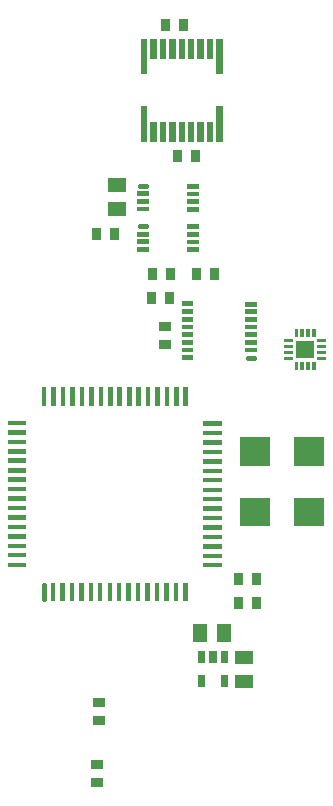
<source format=gbr>
G04 start of page 8 for group -4015 idx -4015
G04 Title: (unknown), toppaste *
G04 Creator: pcb 20080202 *
G04 CreationDate: Fri Jun  6 05:00:44 2008 UTC *
G04 For: sean *
G04 Format: Gerber/RS-274X *
G04 PCB-Dimensions: 130000 290000 *
G04 PCB-Coordinate-Origin: lower left *
%MOIN*%
%FSLAX24Y24*%
%LNFRONTPASTE*%
%ADD13C,0.0200*%
%ADD24R,0.0300X0.0300*%
%ADD25R,0.0240X0.0240*%
%ADD26R,0.0450X0.0450*%
%ADD27C,0.0150*%
%ADD28R,0.0150X0.0150*%
%ADD29R,0.0945X0.0945*%
%ADD30R,0.0110X0.0110*%
%ADD31C,0.0160*%
%ADD32R,0.0160X0.0160*%
%ADD33R,0.0216X0.0216*%
G54D31*X5900Y22590D02*X6120D01*
G54D32*X5900Y22330D02*X6120D01*
X5900Y22080D02*X6120D01*
X5900Y21820D02*X6120D01*
X7570Y21810D02*X7790D01*
X7570Y22070D02*X7790D01*
X7570Y22320D02*X7790D01*
X7570Y22580D02*X7790D01*
G54D24*X7770Y23650D02*Y23550D01*
X7170Y23650D02*Y23550D01*
G54D33*X6050Y25130D02*Y24165D01*
X6365Y24618D02*Y24165D01*
X6680Y24618D02*Y24165D01*
X6994Y24618D02*Y24165D01*
X7310Y24618D02*Y24165D01*
X7624Y24618D02*Y24165D01*
X7939Y24618D02*Y24165D01*
X8254Y24618D02*Y24165D01*
X8569Y25130D02*Y24165D01*
Y27393D02*Y26429D01*
X8254Y27393D02*Y26941D01*
X7939Y27393D02*Y26941D01*
X7624Y27393D02*Y26941D01*
X7310Y27393D02*Y26941D01*
X6994Y27393D02*Y26940D01*
X6680Y27393D02*Y26941D01*
X6365Y27393D02*Y26941D01*
X6050Y27393D02*Y26429D01*
G54D24*X6920Y19710D02*Y19610D01*
X6320Y19710D02*Y19610D01*
X4470Y21030D02*Y20930D01*
X5070Y21030D02*Y20930D01*
G54D26*X9320Y6870D02*X9460D01*
X9320Y6070D02*X9460D01*
G54D27*X2710Y9290D02*Y8830D01*
G54D28*X3020Y9290D02*Y8830D01*
X3330Y9290D02*Y8830D01*
X3650Y9290D02*Y8830D01*
X3960Y9290D02*Y8830D01*
X4280Y9290D02*Y8830D01*
X4590Y9290D02*Y8830D01*
X4910Y9290D02*Y8830D01*
X5220Y9290D02*Y8830D01*
X5540Y9290D02*Y8830D01*
X5850Y9290D02*Y8830D01*
X6170Y9290D02*Y8830D01*
X6480Y9290D02*Y8830D01*
X6800Y9290D02*Y8830D01*
X7110Y9290D02*Y8830D01*
X7430Y9290D02*Y8830D01*
X8100Y9950D02*X8560D01*
X8100Y10260D02*X8560D01*
X8100Y10570D02*X8560D01*
X8100Y10890D02*X8560D01*
X8100Y11200D02*X8560D01*
X8100Y11520D02*X8560D01*
X8100Y11830D02*X8560D01*
X8100Y12150D02*X8560D01*
X8100Y12460D02*X8560D01*
X8100Y12780D02*X8560D01*
X8100Y13090D02*X8560D01*
X8100Y13410D02*X8560D01*
X8100Y13720D02*X8560D01*
X8100Y14040D02*X8560D01*
X8100Y14350D02*X8560D01*
X8100Y14670D02*X8560D01*
X7440Y15800D02*Y15340D01*
X7130Y15800D02*Y15340D01*
X6820Y15800D02*Y15340D01*
X6500Y15800D02*Y15340D01*
X6190Y15800D02*Y15340D01*
X5870Y15800D02*Y15340D01*
X5560Y15800D02*Y15340D01*
X5240Y15800D02*Y15340D01*
X4930Y15800D02*Y15340D01*
X4610Y15800D02*Y15340D01*
X4300Y15800D02*Y15340D01*
X3980Y15800D02*Y15340D01*
X3670Y15800D02*Y15340D01*
X3350Y15800D02*Y15340D01*
X3040Y15800D02*Y15340D01*
X2720Y15800D02*Y15340D01*
X1590Y14680D02*X2050D01*
X1590Y14370D02*X2050D01*
X1590Y14060D02*X2050D01*
X1590Y13740D02*X2050D01*
X1590Y13430D02*X2050D01*
X1590Y13110D02*X2050D01*
X1590Y12800D02*X2050D01*
X1590Y12480D02*X2050D01*
X1590Y12170D02*X2050D01*
X1590Y11850D02*X2050D01*
X1590Y11540D02*X2050D01*
X1590Y11220D02*X2050D01*
X1590Y10910D02*X2050D01*
X1590Y10590D02*X2050D01*
X1590Y10280D02*X2050D01*
X1590Y9960D02*X2050D01*
G54D26*X8720Y7750D02*Y7610D01*
X7920Y7750D02*Y7610D01*
G54D25*X7960Y6980D02*Y6820D01*
X8350Y6980D02*Y6820D01*
X8740Y6980D02*Y6820D01*
Y6160D02*Y6000D01*
X7960Y6160D02*Y6000D01*
G54D26*X5090Y21820D02*X5230D01*
X5090Y22620D02*X5230D01*
G54D29*X9716Y11725D02*X9773D01*
X11506D02*X11563D01*
X9716Y13733D02*X9773D01*
X11506D02*X11563D01*
G54D31*X5900Y21240D02*X6120D01*
G54D32*X5900Y20980D02*X6120D01*
X5900Y20730D02*X6120D01*
X5900Y20470D02*X6120D01*
X7570Y20460D02*X7790D01*
X7570Y20720D02*X7790D01*
X7570Y20970D02*X7790D01*
X7570Y21230D02*X7790D01*
G54D24*X6890Y18910D02*Y18810D01*
X6290Y18910D02*Y18810D01*
X9800Y8750D02*Y8650D01*
X9200Y8750D02*Y8650D01*
X6700Y17300D02*X6800D01*
X6700Y17900D02*X6800D01*
G54D31*X9500Y16860D02*X9720D01*
G54D32*X9500Y17120D02*X9720D01*
X9500Y17370D02*X9720D01*
X9500Y17630D02*X9720D01*
X9500Y17890D02*X9720D01*
X9500Y18140D02*X9720D01*
X9500Y18400D02*X9720D01*
X9500Y18650D02*X9720D01*
X7380Y18660D02*X7600D01*
X7380Y18400D02*X7600D01*
X7380Y18150D02*X7600D01*
X7380Y17890D02*X7600D01*
X7380Y17630D02*X7600D01*
X7380Y17380D02*X7600D01*
X7380Y17120D02*X7600D01*
X7380Y16870D02*X7600D01*
G54D24*X4490Y4760D02*X4590D01*
X4490Y5360D02*X4590D01*
X8400Y19720D02*Y19620D01*
X7800Y19720D02*Y19620D01*
X7370Y28000D02*Y27900D01*
X6770Y28000D02*Y27900D01*
X4420Y2710D02*X4520D01*
X4420Y3310D02*X4520D01*
G54D30*X10786Y17435D02*X10951D01*
X10786Y17238D02*X10951D01*
X10786Y17041D02*X10951D01*
X10786Y16844D02*X10951D01*
X11124Y16671D02*Y16506D01*
X11321Y16671D02*Y16506D01*
X11518Y16671D02*Y16506D01*
X11715Y16671D02*Y16506D01*
X11888Y16844D02*X12053D01*
X11888Y17041D02*X12053D01*
X11888Y17238D02*X12053D01*
X11888Y17435D02*X12053D01*
X11715Y17773D02*Y17608D01*
X11518Y17773D02*Y17608D01*
X11321Y17773D02*Y17608D01*
X11124Y17773D02*Y17608D01*
G54D13*G36*
Y17435D02*Y16844D01*
X11715D01*
Y17435D01*
X11124D01*
G37*
G54D24*X9800Y9550D02*Y9450D01*
X9200Y9550D02*Y9450D01*
M02*

</source>
